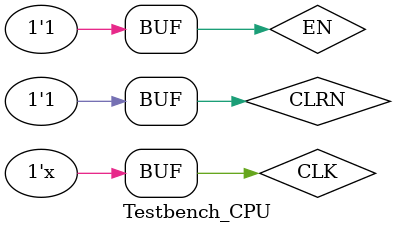
<source format=v>
`timescale 1ns / 1ps


module Testbench_CPU();
    
    reg         CLK,EN,CLRN;
    
    initial begin 
        CLK=0;
        CLRN=0;
        EN=1;
        #10
        CLRN<=1;
    end
    
    always #5 CLK=~CLK;
    
    CPU_Design CPU(
        .CLK(CLK),
        .EN(EN),
        .CLRN(CLRN)
    );
    
endmodule

</source>
